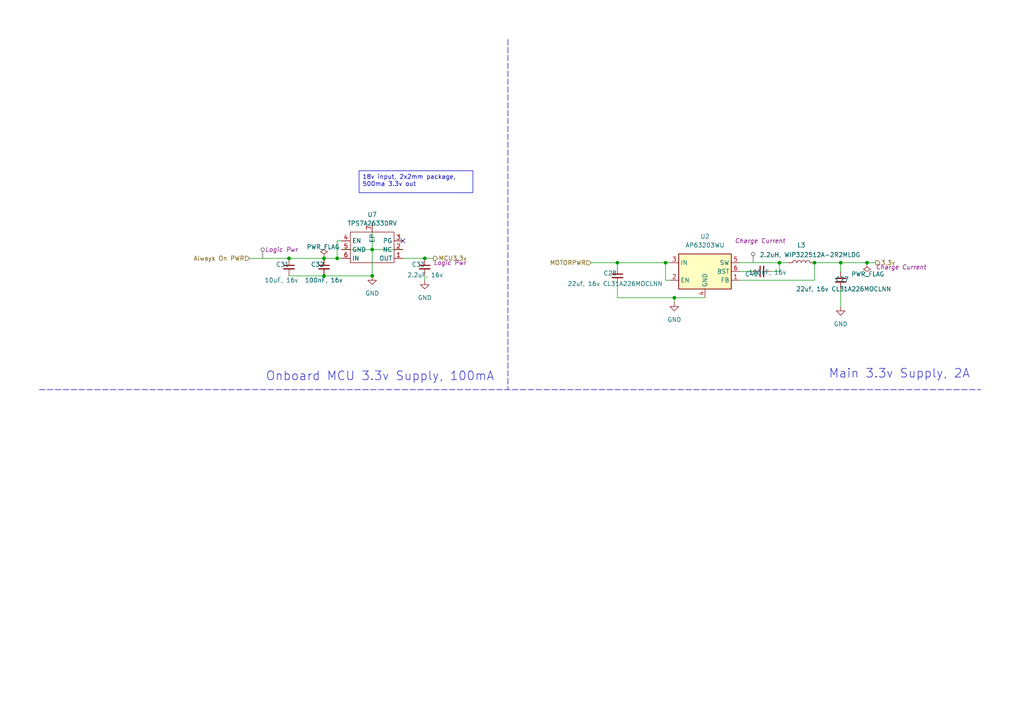
<source format=kicad_sch>
(kicad_sch (version 20231120) (generator "eeschema") (generator_version "8.0")
  (paper "A4")
  (title_block (title "CACKLE 2s 40A PSU & Charger") (date "2024-12-23") (rev "V1") (comment 1 "Author: Asher Edwards"))
  (lib_symbols
    (symbol "Device:C_Small" (pin_numbers hide) (pin_names (offset 0.254) hide)
      (property "Reference" "C" (at 0.254 1.778 0))
      (property "Value" "C_Small" (at 0.254 -2.032 0))
      (symbol "C_Small_0_1"
        (polyline (pts (xy -1.524 -0.508) (xy 1.524 -0.508)) (stroke (width 0.3302)))
        (polyline (pts (xy -1.524 0.508) (xy 1.524 0.508)) (stroke (width 0.3048)))
      )
      (symbol "C_Small_1_1"
        (pin passive line (at 0 2.54 270) (length 2.032) (name "~") (number "1"))
        (pin passive line (at 0 -2.54 90) (length 2.032) (name "~") (number "2"))
      )
    )
    (symbol "Device:L" (pin_numbers hide) (pin_names (offset 1.016) hide)
      (property "Reference" "L" (at -1.27 0 90))
      (property "Value" "L" (at 1.905 0 90))
      (symbol "L_0_1"
        (arc (start 0 -2.54) (mid 0.6323 -1.905) (end 0 -1.27))
        (arc (start 0 -1.27) (mid 0.6323 -0.635) (end 0 0))
        (arc (start 0 0) (mid 0.6323 0.635) (end 0 1.27))
        (arc (start 0 1.27) (mid 0.6323 1.905) (end 0 2.54))
      )
      (symbol "L_1_1"
        (pin passive line (at 0 3.81 270) (length 1.27) (name "1") (number "1"))
        (pin passive line (at 0 -3.81 90) (length 1.27) (name "2") (number "2"))
      )
    )
    (symbol "Regulator_Switching:AP63203WU"
      (property "Reference" "U" (at -7.62 6.35 0))
      (property "Value" "AP63203WU" (at 2.54 6.35 0))
      (symbol "AP63203WU_0_1"
        (rectangle (start -7.62 5.08) (end 7.62 -5.08) (stroke (width 0.254)) (fill (type background)))
      )
      (symbol "AP63203WU_1_1"
        (pin input line (at 10.16 -2.54 180) (length 2.54) (name "FB") (number "1"))
        (pin input line (at -10.16 -2.54 0) (length 2.54) (name "EN") (number "2"))
        (pin power_in line (at -10.16 2.54 0) (length 2.54) (name "IN") (number "3"))
        (pin power_in line (at 0 -7.62 90) (length 2.54) (name "GND") (number "4"))
        (pin output line (at 10.16 2.54 180) (length 2.54) (name "SW") (number "5"))
        (pin passive line (at 10.16 0 180) (length 2.54) (name "BST") (number "6"))
      )
    )
    (symbol "custom_Regulator_Linear:TPS7A2633DRV"
      (property "Reference" "U" (at 0 0 0))
      (property "Value" "TPS7A2633DRV" (at -0.254 5.334 0))
      (symbol "TPS7A2633DRV_0_1"
        (rectangle (start -6.35 3.81) (end 6.35 -5.08))
      )
      (symbol "TPS7A2633DRV_1_1"
        (pin power_out line (at -8.89 2.54 0) (length 2.54) (name "OUT") (number "1"))
        (pin passive line (at -8.89 0 0) (length 2.54) (name "NC") (number "2"))
        (pin open_collector line (at -8.89 -2.54 0) (length 2.54) (name "PG") (number "3"))
        (pin input line (at 8.89 -2.54 180) (length 2.54) (name "EN") (number "4"))
        (pin power_in line (at 8.89 0 180) (length 2.54) (name "GND") (number "5"))
        (pin power_in line (at 8.89 2.54 180) (length 2.54) (name "IN") (number "6"))
        (pin passive line (at 0 -7.62 90) (length 2.54) (name "EP") (number "7"))
      )
    )
    (symbol "power:GND" (power) (pin_numbers hide) (pin_names (offset 0) hide)
      (property "Value" "GND" (at 0 -3.81 0))
      (symbol "GND_0_1"
        (polyline (pts (xy 0 0) (xy 0 -1.27) (xy 1.27 -1.27) (xy 0 -2.54) (xy -1.27 -1.27) (xy 0 -1.27)))
      )
      (symbol "GND_1_1"
        (pin power_in line (at 0 0 270) (length 0) (name "~") (number "1"))
      )
    )
    (symbol "power:PWR_FLAG" (power) (pin_numbers hide) (pin_names (offset 0) hide)
      (property "Value" "PWR_FLAG" (at 0 3.81 0))
      (symbol "PWR_FLAG_0_0"
        (pin power_out line (at 0 0 90) (length 0) (name "~") (number "1"))
      )
      (symbol "PWR_FLAG_0_1"
        (polyline (pts (xy 0 0) (xy 0 1.27) (xy -1.016 1.905) (xy 0 2.54) (xy 1.016 1.905) (xy 0 1.27)))
      )
    )
  )
  (junction (at 93.98 74.93))
  (junction (at 97.79 74.93))
  (junction (at 226.06 76.2))
  (junction (at 193.04 76.2))
  (junction (at 251.46 76.2))
  (junction (at 236.22 76.2))
  (junction (at 93.98 80.01))
  (junction (at 179.07 76.2))
  (junction (at 195.58 86.36))
  (junction (at 107.95 80.01))
  (junction (at 107.95 72.39))
  (junction (at 243.84 76.2))
  (junction (at 123.19 74.93))
  (junction (at 83.82 74.93))
  (no_connect (at 116.84 69.85))
  (wire (pts (xy 107.95 72.39) (xy 116.84 72.39)))
  (wire (pts (xy 72.39 74.93) (xy 83.82 74.93)))
  (wire (pts (xy 179.07 82.55) (xy 179.07 86.36)))
  (wire (pts (xy 243.84 83.82) (xy 243.84 88.9)))
  (wire (pts (xy 251.46 76.2) (xy 254 76.2)))
  (wire (pts (xy 236.22 76.2) (xy 243.84 76.2)))
  (wire (pts (xy 195.58 86.36) (xy 204.47 86.36)))
  (wire (pts (xy 83.82 80.01) (xy 93.98 80.01)))
  (wire (pts (xy 226.06 78.74) (xy 226.06 76.2)))
  (wire (pts (xy 107.95 80.01) (xy 93.98 80.01)))
  (wire (pts (xy 193.04 81.28) (xy 194.31 81.28)))
  (wire (pts (xy 93.98 74.93) (xy 97.79 74.93)))
  (polyline (pts (xy 11.43 113.03) (xy 284.48 113.03)) (stroke (width 0) (type dash)))
  (wire (pts (xy 243.84 76.2) (xy 251.46 76.2)))
  (wire (pts (xy 214.63 78.74) (xy 218.44 78.74)))
  (wire (pts (xy 193.04 76.2) (xy 194.31 76.2)))
  (wire (pts (xy 107.95 64.77) (xy 107.95 72.39)))
  (wire (pts (xy 99.06 72.39) (xy 107.95 72.39)))
  (wire (pts (xy 171.45 76.2) (xy 179.07 76.2)))
  (wire (pts (xy 195.58 87.63) (xy 195.58 86.36)))
  (wire (pts (xy 179.07 76.2) (xy 193.04 76.2)))
  (wire (pts (xy 97.79 69.85) (xy 99.06 69.85)))
  (wire (pts (xy 93.98 74.93) (xy 83.82 74.93)))
  (wire (pts (xy 236.22 81.28) (xy 236.22 76.2)))
  (polyline (pts (xy 147.32 11.43) (xy 147.32 113.03)) (stroke (width 0) (type dash)))
  (wire (pts (xy 123.19 80.01) (xy 123.19 81.28)))
  (wire (pts (xy 214.63 76.2) (xy 226.06 76.2)))
  (wire (pts (xy 228.6 76.2) (xy 226.06 76.2)))
  (wire (pts (xy 116.84 74.93) (xy 123.19 74.93)))
  (wire (pts (xy 214.63 81.28) (xy 236.22 81.28)))
  (wire (pts (xy 97.79 74.93) (xy 97.79 69.85)))
  (wire (pts (xy 179.07 77.47) (xy 179.07 76.2)))
  (wire (pts (xy 107.95 72.39) (xy 107.95 80.01)))
  (wire (pts (xy 179.07 86.36) (xy 195.58 86.36)))
  (wire (pts (xy 243.84 78.74) (xy 243.84 76.2)))
  (wire (pts (xy 193.04 76.2) (xy 193.04 81.28)))
  (wire (pts (xy 97.79 74.93) (xy 99.06 74.93)))
  (wire (pts (xy 123.19 74.93) (xy 125.73 74.93)))
  (wire (pts (xy 226.06 78.74) (xy 223.52 78.74)))
  (text_box "18v input, 2x2mm package, 500ma 3.3v out" (at 104.14 49.53 0) (size 33.02 6.35) (effects (font (size 1.27 1.27)) (justify left top)))
  (text "Onboard MCU 3.3v Supply, 100mA" (at 110.236 109.22 0) (effects (font (size 2.54 2.54))))
  (text "Main 3.3v Supply, 2A" (at 260.858 108.458 0) (effects (font (size 2.54 2.54))))
  (hierarchical_label "MCU3.3v" (shape output) (at 125.73 74.93 0) (property "Netclass" "Logic Pwr" (at 125.73 76.2 0) (effects (font (italic yes)) (justify left))))
  (hierarchical_label "Always On PWR" (shape input) (at 72.39 74.93 180))
  (hierarchical_label "3.3v" (shape output) (at 254 76.2 0) (property "Netclass" "Charge Current" (at 254 77.47 0) (effects (font (italic yes)) (justify left))))
  (hierarchical_label "MOTORPWR" (shape input) (at 171.45 76.2 180))
  (netclass_flag "" (length 2.54) (shape round) (at 218.44 76.2 0) (property "Netclass" "Charge Current" (at 213.106 69.85 0) (effects (font (italic yes)) (justify left))))
  (netclass_flag "" (length 2.54) (shape round) (at 76.2 74.93 0) (property "Netclass" "Logic Pwr" (at 76.8985 72.39 0) (effects (font (italic yes)) (justify left))))
  (symbol (lib_id "custom_Regulator_Linear:TPS7A2633DRV") (at 107.95 72.39 180) (unit 1)
    (property "Reference" "U7" (at 107.95 62.23 0))
    (property "Value" "TPS7A2633DRV" (at 107.95 64.77 0))
    (property "Footprint" "Package_SON:WSON-6-1EP_2x2mm_P0.65mm_EP1x1.6mm" (effects (hide yes)))
    (property "Datasheet" "https://www.ti.com/lit/ds/symlink/tps7a26.pdf" (effects (hide yes)))
    (property "Description" "Texas Instruments TPS7A2633DRV 150ma 3.3 regulator 32v input WSON-6 package" (effects (hide yes)))
    (property "LCSC" "C2876256" (effects (hide yes)))
  )
  (symbol (lib_id "Device:L") (at 232.41 76.2 90) (unit 1)
    (property "Reference" "L3" (at 232.41 71.12 90))
    (property "Value" "2.2uH, WIP322512A-2R2MLDG" (at 234.95 73.914 90))
    (property "Footprint" "Inductor_SMD:L_1008_2520Metric" (effects (hide yes)))
    (property "Description" "Inductor" (effects (hide yes)))
    (property "LCSC" "C5832372" (effects (hide yes)))
  )
  (symbol (lib_id "power:PWR_FLAG") (at 251.46 76.2 180) (unit 1)
    (property "Reference" "#FLG012" (effects (hide yes)))
    (property "Value" "PWR_FLAG" (at 251.714 79.502 0))
    (property "Description" "Special symbol for telling ERC where power comes from" (effects (hide yes)))
  )
  (symbol (lib_id "Device:C_Small") (at 93.98 77.47 0) (unit 1)
    (property "Reference" "C32" (at 90.17 76.708 0) (effects (justify left)))
    (property "Value" "100nF, 16v" (at 88.392 81.28 0) (effects (justify left)))
    (property "Footprint" "Capacitor_SMD:C_0402_1005Metric" (effects (hide yes)))
    (property "Description" "Unpolarized capacitor, small symbol" (effects (hide yes)))
    (property "LCSC" "C1525" (effects (hide yes)))
  )
  (symbol (lib_id "Device:C_Small") (at 83.82 77.47 0) (unit 1)
    (property "Reference" "C31" (at 80.01 76.708 0) (effects (justify left)))
    (property "Value" "10uF, 16v" (at 76.708 81.28 0) (effects (justify left)))
    (property "Footprint" "Capacitor_SMD:C_0603_1608Metric" (effects (hide yes)))
    (property "Description" "Unpolarized capacitor, small symbol" (effects (hide yes)))
    (property "LCSC" "C96446" (effects (hide yes)))
  )
  (symbol (lib_id "Device:C_Small") (at 123.19 77.47 0) (unit 1)
    (property "Reference" "C33" (at 119.38 76.708 0) (effects (justify left)))
    (property "Value" "2.2uF, 16v" (at 118.11 79.756 0) (effects (justify left)))
    (property "Footprint" "Capacitor_SMD:C_0402_1005Metric" (effects (hide yes)))
    (property "Description" "Unpolarized capacitor, small symbol" (effects (hide yes)))
    (property "LCSC" "C12530" (effects (hide yes)))
  )
  (symbol (lib_id "power:GND") (at 107.95 80.01 0) (unit 1)
    (property "Reference" "#PWR04" (effects (hide yes)))
    (property "Value" "GND" (at 107.95 85.09 0))
    (property "Description" "Power symbol creates a global label with name \"GND\" , ground" (effects (hide yes)))
  )
  (symbol (lib_id "power:GND") (at 243.84 88.9 0) (unit 1)
    (property "Reference" "#PWR011" (effects (hide yes)))
    (property "Value" "GND" (at 243.84 93.98 0))
    (property "Description" "Power symbol creates a global label with name \"GND\" , ground" (effects (hide yes)))
  )
  (symbol (lib_id "power:PWR_FLAG") (at 93.98 74.93 0) (unit 1)
    (property "Reference" "#FLG013" (effects (hide yes)))
    (property "Value" "PWR_FLAG" (at 93.726 71.628 0))
    (property "Description" "Special symbol for telling ERC where power comes from" (effects (hide yes)))
  )
  (symbol (lib_id "Device:C_Small") (at 220.98 78.74 90) (unit 1)
    (property "Reference" "C40" (at 219.964 79.502 90) (effects (justify left)))
    (property "Value" "100nF, 16v" (at 228.092 78.994 90) (effects (justify left)))
    (property "Footprint" "Capacitor_SMD:C_0603_1608Metric" (effects (hide yes)))
    (property "Description" "Unpolarized capacitor, small symbol" (effects (hide yes)))
    (property "LCSC" "C14663" (effects (hide yes)))
  )
  (symbol (lib_id "Device:C_Small") (at 179.07 80.01 0) (unit 1)
    (property "Reference" "C28" (at 175.006 79.248 0) (effects (justify left)))
    (property "Value" "22uf, 16v CL31A226MOCLNN" (at 164.592 82.296 0) (effects (justify left)))
    (property "Footprint" "Capacitor_SMD:C_1206_3216Metric" (effects (hide yes)))
    (property "Description" "Unpolarized capacitor, small symbol" (effects (hide yes)))
    (property "LCSC" "C159758" (effects (hide yes)))
  )
  (symbol (lib_id "Regulator_Switching:AP63203WU") (at 204.47 78.74 0) (unit 1)
    (property "Reference" "U2" (at 204.47 68.58 0))
    (property "Value" "AP63203WU" (at 204.47 71.12 0))
    (property "Footprint" "Package_TO_SOT_SMD:TSOT-23-6" (effects (hide yes)))
    (property "Datasheet" "https://www.diodes.com/assets/Datasheets/AP63200-AP63201-AP63203-AP63205.pdf" (effects (hide yes)))
    (property "Description" "2A, 1.1MHz Buck DC/DC Converter, fixed 3.3V output voltage, TSOT-23-6" (effects (hide yes)))
    (property "LCSC" "C780769" (effects (hide yes)))
    (property "Rotation Offset" "90" (effects (hide yes)))
  )
  (symbol (lib_id "power:GND") (at 123.19 81.28 0) (unit 1)
    (property "Reference" "#PWR021" (effects (hide yes)))
    (property "Value" "GND" (at 123.19 86.36 0))
    (property "Description" "Power symbol creates a global label with name \"GND\" , ground" (effects (hide yes)))
  )
  (symbol (lib_id "power:GND") (at 195.58 87.63 0) (unit 1)
    (property "Reference" "#PWR05" (effects (hide yes)))
    (property "Value" "GND" (at 195.58 92.71 0))
    (property "Description" "Power symbol creates a global label with name \"GND\" , ground" (effects (hide yes)))
  )
  (symbol (lib_id "Device:C_Small") (at 243.84 81.28 0) (unit 1)
    (property "Reference" "C27" (at 242.316 81.026 0) (effects (justify left)))
    (property "Value" "22uf, 16v CL31A226MOCLNN" (at 230.886 83.82 0) (effects (justify left)))
    (property "Footprint" "Capacitor_SMD:C_1206_3216Metric" (effects (hide yes)))
    (property "Description" "Unpolarized capacitor, small symbol" (effects (hide yes)))
    (property "LCSC" "C159758" (effects (hide yes)))
  )
)
</source>
